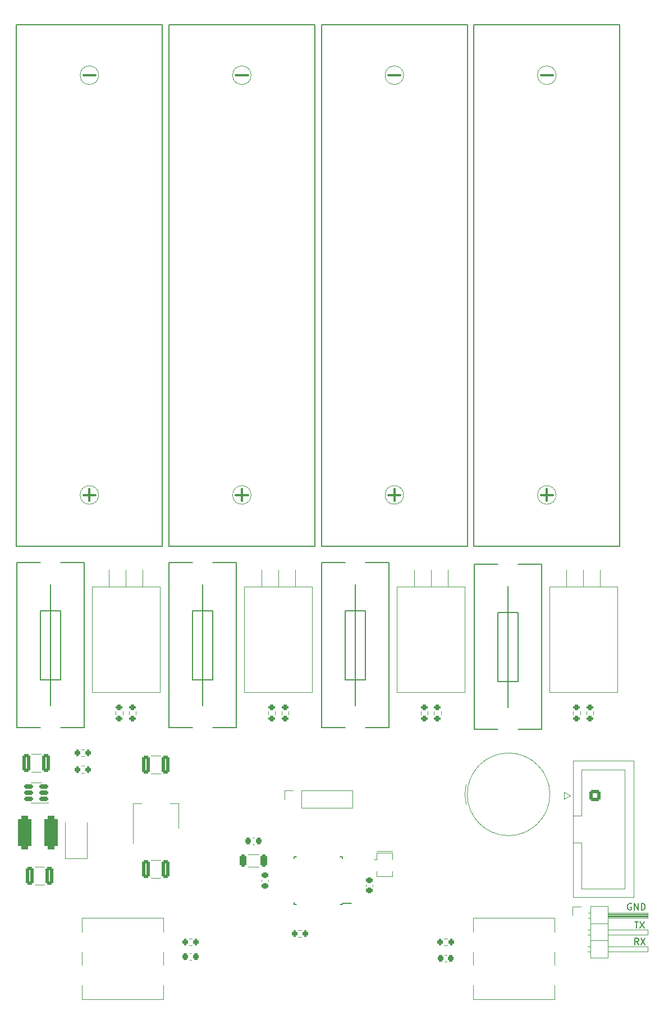
<source format=gbr>
%TF.GenerationSoftware,KiCad,Pcbnew,(6.0.10)*%
%TF.CreationDate,2023-01-09T13:30:39+01:00*%
%TF.ProjectId,BatteryDischargerV1,42617474-6572-4794-9469-736368617267,rev?*%
%TF.SameCoordinates,Original*%
%TF.FileFunction,Legend,Top*%
%TF.FilePolarity,Positive*%
%FSLAX46Y46*%
G04 Gerber Fmt 4.6, Leading zero omitted, Abs format (unit mm)*
G04 Created by KiCad (PCBNEW (6.0.10)) date 2023-01-09 13:30:39*
%MOMM*%
%LPD*%
G01*
G04 APERTURE LIST*
G04 Aperture macros list*
%AMRoundRect*
0 Rectangle with rounded corners*
0 $1 Rounding radius*
0 $2 $3 $4 $5 $6 $7 $8 $9 X,Y pos of 4 corners*
0 Add a 4 corners polygon primitive as box body*
4,1,4,$2,$3,$4,$5,$6,$7,$8,$9,$2,$3,0*
0 Add four circle primitives for the rounded corners*
1,1,$1+$1,$2,$3*
1,1,$1+$1,$4,$5*
1,1,$1+$1,$6,$7*
1,1,$1+$1,$8,$9*
0 Add four rect primitives between the rounded corners*
20,1,$1+$1,$2,$3,$4,$5,0*
20,1,$1+$1,$4,$5,$6,$7,0*
20,1,$1+$1,$6,$7,$8,$9,0*
20,1,$1+$1,$8,$9,$2,$3,0*%
G04 Aperture macros list end*
%ADD10C,0.150000*%
%ADD11C,0.120000*%
%ADD12C,0.300000*%
%ADD13C,0.200000*%
%ADD14R,1.600000X0.550000*%
%ADD15R,0.550000X1.600000*%
%ADD16RoundRect,0.200000X0.200000X0.275000X-0.200000X0.275000X-0.200000X-0.275000X0.200000X-0.275000X0*%
%ADD17RoundRect,0.225000X0.225000X0.250000X-0.225000X0.250000X-0.225000X-0.250000X0.225000X-0.250000X0*%
%ADD18RoundRect,0.200000X-0.275000X0.200000X-0.275000X-0.200000X0.275000X-0.200000X0.275000X0.200000X0*%
%ADD19C,1.800000*%
%ADD20O,3.000000X2.500000*%
%ADD21C,4.000000*%
%ADD22RoundRect,0.250000X0.325000X1.100000X-0.325000X1.100000X-0.325000X-1.100000X0.325000X-1.100000X0*%
%ADD23C,3.000000*%
%ADD24R,2.000000X2.000000*%
%ADD25C,2.000000*%
%ADD26O,3.500000X3.500000*%
%ADD27R,1.905000X2.000000*%
%ADD28O,1.905000X2.000000*%
%ADD29RoundRect,0.500000X-0.500000X-2.000000X0.500000X-2.000000X0.500000X2.000000X-0.500000X2.000000X0*%
%ADD30RoundRect,0.200000X-0.200000X-0.275000X0.200000X-0.275000X0.200000X0.275000X-0.200000X0.275000X0*%
%ADD31RoundRect,0.225000X-0.225000X-0.250000X0.225000X-0.250000X0.225000X0.250000X-0.225000X0.250000X0*%
%ADD32C,0.800000*%
%ADD33C,6.400000*%
%ADD34RoundRect,0.200000X0.275000X-0.200000X0.275000X0.200000X-0.275000X0.200000X-0.275000X-0.200000X0*%
%ADD35RoundRect,0.225000X-0.250000X0.225000X-0.250000X-0.225000X0.250000X-0.225000X0.250000X0.225000X0*%
%ADD36RoundRect,0.250000X-0.600000X-0.600000X0.600000X-0.600000X0.600000X0.600000X-0.600000X0.600000X0*%
%ADD37C,1.700000*%
%ADD38RoundRect,0.150000X0.512500X0.150000X-0.512500X0.150000X-0.512500X-0.150000X0.512500X-0.150000X0*%
%ADD39R,1.500000X2.000000*%
%ADD40R,3.800000X2.000000*%
%ADD41R,1.700000X1.700000*%
%ADD42O,1.700000X1.700000*%
%ADD43R,1.800000X2.500000*%
%ADD44R,1.700000X0.600000*%
%ADD45R,1.700000X0.400000*%
%ADD46RoundRect,0.250000X-0.325000X-1.100000X0.325000X-1.100000X0.325000X1.100000X-0.325000X1.100000X0*%
%ADD47RoundRect,0.250000X-0.275000X-0.700000X0.275000X-0.700000X0.275000X0.700000X-0.275000X0.700000X0*%
G04 APERTURE END LIST*
D10*
X153488095Y-161250000D02*
X153392857Y-161202380D01*
X153250000Y-161202380D01*
X153107142Y-161250000D01*
X153011904Y-161345238D01*
X152964285Y-161440476D01*
X152916666Y-161630952D01*
X152916666Y-161773809D01*
X152964285Y-161964285D01*
X153011904Y-162059523D01*
X153107142Y-162154761D01*
X153250000Y-162202380D01*
X153345238Y-162202380D01*
X153488095Y-162154761D01*
X153535714Y-162107142D01*
X153535714Y-161773809D01*
X153345238Y-161773809D01*
X153964285Y-162202380D02*
X153964285Y-161202380D01*
X154535714Y-162202380D01*
X154535714Y-161202380D01*
X155011904Y-162202380D02*
X155011904Y-161202380D01*
X155250000Y-161202380D01*
X155392857Y-161250000D01*
X155488095Y-161345238D01*
X155535714Y-161440476D01*
X155583333Y-161630952D01*
X155583333Y-161773809D01*
X155535714Y-161964285D01*
X155488095Y-162059523D01*
X155392857Y-162154761D01*
X155250000Y-162202380D01*
X155011904Y-162202380D01*
X154583333Y-167452380D02*
X154250000Y-166976190D01*
X154011904Y-167452380D02*
X154011904Y-166452380D01*
X154392857Y-166452380D01*
X154488095Y-166500000D01*
X154535714Y-166547619D01*
X154583333Y-166642857D01*
X154583333Y-166785714D01*
X154535714Y-166880952D01*
X154488095Y-166928571D01*
X154392857Y-166976190D01*
X154011904Y-166976190D01*
X154916666Y-166452380D02*
X155583333Y-167452380D01*
X155583333Y-166452380D02*
X154916666Y-167452380D01*
X153988095Y-163952380D02*
X154559523Y-163952380D01*
X154273809Y-164952380D02*
X154273809Y-163952380D01*
X154797619Y-163952380D02*
X155464285Y-164952380D01*
X155464285Y-163952380D02*
X154797619Y-164952380D01*
%TO.C,U1*%
X109875000Y-154125000D02*
X109875000Y-154450000D01*
X109875000Y-161150000D02*
X111300000Y-161150000D01*
X109875000Y-154125000D02*
X109550000Y-154125000D01*
X102625000Y-154125000D02*
X102950000Y-154125000D01*
X109875000Y-161375000D02*
X109550000Y-161375000D01*
X102625000Y-161375000D02*
X102625000Y-161050000D01*
X102625000Y-161375000D02*
X102950000Y-161375000D01*
X102625000Y-154125000D02*
X102625000Y-154450000D01*
X109875000Y-161375000D02*
X109875000Y-161150000D01*
D11*
%TO.C,R4*%
X103737258Y-166272500D02*
X103262742Y-166272500D01*
X103737258Y-165227500D02*
X103262742Y-165227500D01*
%TO.C,C2*%
X96640580Y-151240000D02*
X96359420Y-151240000D01*
X96640580Y-152260000D02*
X96359420Y-152260000D01*
%TO.C,R15*%
X75727500Y-132262742D02*
X75727500Y-132737258D01*
X76772500Y-132262742D02*
X76772500Y-132737258D01*
%TO.C,SW2*%
X82900000Y-175650000D02*
X70600000Y-175650000D01*
X70600000Y-170470000D02*
X70600000Y-168530000D01*
X70600000Y-163350000D02*
X82900000Y-163350000D01*
X82900000Y-173530000D02*
X82900000Y-175650000D01*
X82900000Y-163350000D02*
X82900000Y-165470000D01*
X70600000Y-165470000D02*
X70600000Y-163350000D01*
X82900000Y-168530000D02*
X82900000Y-170470000D01*
X70600000Y-175650000D02*
X70600000Y-173530000D01*
D12*
%TO.C,BT1*%
X72650000Y-36300000D02*
X70850000Y-36300000D01*
X72650000Y-99600000D02*
X70850000Y-99600000D01*
X71750000Y-100500000D02*
X71750000Y-98700000D01*
D13*
X82750000Y-107300000D02*
X60750000Y-107300000D01*
X60750000Y-107300000D02*
X60750000Y-28700000D01*
X60750000Y-28700000D02*
X82750000Y-28700000D01*
X82750000Y-28700000D02*
X82750000Y-107300000D01*
D11*
X73150000Y-36300000D02*
G75*
G03*
X73150000Y-36300000I-1400000J0D01*
G01*
X73150000Y-99600000D02*
G75*
G03*
X73150000Y-99600000I-1400000J0D01*
G01*
%TO.C,C7*%
X82461252Y-157360000D02*
X81038748Y-157360000D01*
X82461252Y-154640000D02*
X81038748Y-154640000D01*
D13*
%TO.C,F2*%
X116930000Y-109804000D02*
X113374000Y-109804000D01*
X111850000Y-131394000D02*
X111850000Y-113106000D01*
X110326000Y-134696000D02*
X106770000Y-134696000D01*
X110326000Y-109804000D02*
X106770000Y-109804000D01*
X116930000Y-134696000D02*
X116930000Y-109804000D01*
X106770000Y-134696000D02*
X106770000Y-109804000D01*
X113374000Y-134696000D02*
X116930000Y-134696000D01*
X113374000Y-127457000D02*
X110326000Y-127457000D01*
X110326000Y-127457000D02*
X110326000Y-117043000D01*
X110326000Y-117043000D02*
X113374000Y-117043000D01*
X113374000Y-117043000D02*
X113374000Y-127457000D01*
D11*
%TO.C,R9*%
X70987258Y-141522500D02*
X70512742Y-141522500D01*
X70987258Y-140477500D02*
X70512742Y-140477500D01*
%TO.C,LS1*%
X128579216Y-143250000D02*
G75*
G03*
X128579216Y-146249999I6400000J-1500000D01*
G01*
X141209216Y-144750000D02*
G75*
G03*
X141209216Y-144750000I-6230000J0D01*
G01*
%TO.C,Q2*%
X118130000Y-129350000D02*
X118130000Y-113460000D01*
X123250000Y-113460000D02*
X123250000Y-110920000D01*
X120710000Y-113460000D02*
X120710000Y-110920000D01*
X128370000Y-129350000D02*
X128370000Y-113460000D01*
X125790000Y-113460000D02*
X125790000Y-110920000D01*
X128370000Y-129350000D02*
X118130000Y-129350000D01*
X128370000Y-113460000D02*
X118130000Y-113460000D01*
D13*
%TO.C,F3*%
X88850000Y-131394000D02*
X88850000Y-113106000D01*
X90374000Y-134696000D02*
X93930000Y-134696000D01*
X83770000Y-134696000D02*
X83770000Y-109804000D01*
X87326000Y-109804000D02*
X83770000Y-109804000D01*
X87326000Y-134696000D02*
X83770000Y-134696000D01*
X93930000Y-134696000D02*
X93930000Y-109804000D01*
X93930000Y-109804000D02*
X90374000Y-109804000D01*
X90374000Y-127457000D02*
X87326000Y-127457000D01*
X87326000Y-127457000D02*
X87326000Y-117043000D01*
X87326000Y-117043000D02*
X90374000Y-117043000D01*
X90374000Y-117043000D02*
X90374000Y-127457000D01*
D11*
%TO.C,R16*%
X122772500Y-132262742D02*
X122772500Y-132737258D01*
X121727500Y-132262742D02*
X121727500Y-132737258D01*
%TO.C,R10*%
X70512742Y-139022500D02*
X70987258Y-139022500D01*
X70512742Y-137977500D02*
X70987258Y-137977500D01*
%TO.C,CD1*%
X125359420Y-170010000D02*
X125640580Y-170010000D01*
X125359420Y-168990000D02*
X125640580Y-168990000D01*
%TO.C,CD2*%
X87140580Y-169760000D02*
X86859420Y-169760000D01*
X87140580Y-168740000D02*
X86859420Y-168740000D01*
%TO.C,SW1*%
X141900000Y-173530000D02*
X141900000Y-175650000D01*
X129600000Y-170470000D02*
X129600000Y-168530000D01*
X141900000Y-168530000D02*
X141900000Y-170470000D01*
X141900000Y-163350000D02*
X141900000Y-165470000D01*
X129600000Y-175650000D02*
X129600000Y-173530000D01*
X141900000Y-175650000D02*
X129600000Y-175650000D01*
X129600000Y-165470000D02*
X129600000Y-163350000D01*
X129600000Y-163350000D02*
X141900000Y-163350000D01*
%TO.C,R7*%
X125737258Y-166477500D02*
X125262742Y-166477500D01*
X125737258Y-167522500D02*
X125262742Y-167522500D01*
%TO.C,Q3*%
X100250000Y-113460000D02*
X100250000Y-110920000D01*
X105370000Y-129350000D02*
X95130000Y-129350000D01*
X105370000Y-113460000D02*
X95130000Y-113460000D01*
X97710000Y-113460000D02*
X97710000Y-110920000D01*
X95130000Y-129350000D02*
X95130000Y-113460000D01*
X105370000Y-129350000D02*
X105370000Y-113460000D01*
X102790000Y-113460000D02*
X102790000Y-110920000D01*
%TO.C,R19*%
X100727500Y-132737258D02*
X100727500Y-132262742D01*
X101772500Y-132737258D02*
X101772500Y-132262742D01*
%TO.C,R8*%
X86762742Y-167522500D02*
X87237258Y-167522500D01*
X86762742Y-166477500D02*
X87237258Y-166477500D01*
%TO.C,Q1*%
X82370000Y-129330000D02*
X82370000Y-113440000D01*
X77250000Y-113440000D02*
X77250000Y-110900000D01*
X82370000Y-129330000D02*
X72130000Y-129330000D01*
X82370000Y-113440000D02*
X72130000Y-113440000D01*
X74710000Y-113440000D02*
X74710000Y-110900000D01*
X72130000Y-129330000D02*
X72130000Y-113440000D01*
X79790000Y-113440000D02*
X79790000Y-110900000D01*
%TO.C,C1*%
X114510000Y-158359420D02*
X114510000Y-158640580D01*
X113490000Y-158359420D02*
X113490000Y-158640580D01*
%TO.C,J1*%
X146017500Y-147950000D02*
X146017500Y-141010000D01*
X146017500Y-152050000D02*
X144707500Y-152050000D01*
X146017500Y-141010000D02*
X152517500Y-141010000D01*
X152517500Y-141010000D02*
X152517500Y-158990000D01*
X146017500Y-152050000D02*
X146017500Y-152050000D01*
X143317500Y-144420000D02*
X143317500Y-145420000D01*
X146017500Y-158990000D02*
X146017500Y-152050000D01*
X144707500Y-147950000D02*
X146017500Y-147950000D01*
X144317500Y-144920000D02*
X143317500Y-144420000D01*
X144707500Y-139710000D02*
X153827500Y-139710000D01*
X153827500Y-160290000D02*
X144707500Y-160290000D01*
X153827500Y-139710000D02*
X153827500Y-160290000D01*
X144707500Y-160290000D02*
X144707500Y-139710000D01*
X152517500Y-158990000D02*
X146017500Y-158990000D01*
X143317500Y-145420000D02*
X144317500Y-144920000D01*
%TO.C,R22*%
X145772500Y-132262742D02*
X145772500Y-132737258D01*
X144727500Y-132262742D02*
X144727500Y-132737258D01*
%TO.C,C6*%
X64961252Y-158360000D02*
X63538748Y-158360000D01*
X64961252Y-155640000D02*
X63538748Y-155640000D01*
%TO.C,R13*%
X78772500Y-132737258D02*
X78772500Y-132262742D01*
X77727500Y-132737258D02*
X77727500Y-132262742D01*
%TO.C,U3*%
X63750000Y-142940000D02*
X64550000Y-142940000D01*
X63750000Y-142940000D02*
X62950000Y-142940000D01*
X63750000Y-146060000D02*
X65550000Y-146060000D01*
X63750000Y-146060000D02*
X62950000Y-146060000D01*
D13*
%TO.C,F1*%
X64326000Y-109804000D02*
X60770000Y-109804000D01*
X70930000Y-134696000D02*
X70930000Y-109804000D01*
X67374000Y-134696000D02*
X70930000Y-134696000D01*
X64326000Y-134696000D02*
X60770000Y-134696000D01*
X60770000Y-134696000D02*
X60770000Y-109804000D01*
X70930000Y-109804000D02*
X67374000Y-109804000D01*
X65850000Y-131394000D02*
X65850000Y-113106000D01*
X67374000Y-127457000D02*
X64326000Y-127457000D01*
X64326000Y-127457000D02*
X64326000Y-117043000D01*
X64326000Y-117043000D02*
X67374000Y-117043000D01*
X67374000Y-117043000D02*
X67374000Y-127457000D01*
D12*
%TO.C,BT2*%
X118650000Y-99600000D02*
X116850000Y-99600000D01*
X117750000Y-100500000D02*
X117750000Y-98700000D01*
X118650000Y-36300000D02*
X116850000Y-36300000D01*
D13*
X128750000Y-107300000D02*
X106750000Y-107300000D01*
X106750000Y-107300000D02*
X106750000Y-28700000D01*
X106750000Y-28700000D02*
X128750000Y-28700000D01*
X128750000Y-28700000D02*
X128750000Y-107300000D01*
D11*
X119150000Y-99600000D02*
G75*
G03*
X119150000Y-99600000I-1400000J0D01*
G01*
X119150000Y-36300000D02*
G75*
G03*
X119150000Y-36300000I-1400000J0D01*
G01*
%TO.C,R14*%
X123727500Y-132737258D02*
X123727500Y-132262742D01*
X124772500Y-132737258D02*
X124772500Y-132262742D01*
%TO.C,U2*%
X78340000Y-146090000D02*
X79600000Y-146090000D01*
X78340000Y-152100000D02*
X78340000Y-146090000D01*
X85160000Y-146090000D02*
X83900000Y-146090000D01*
X85160000Y-149850000D02*
X85160000Y-146090000D01*
%TO.C,R21*%
X99772500Y-132262742D02*
X99772500Y-132737258D01*
X98727500Y-132262742D02*
X98727500Y-132737258D01*
D12*
%TO.C,BT3*%
X95650000Y-36300000D02*
X93850000Y-36300000D01*
X95650000Y-99600000D02*
X93850000Y-99600000D01*
X94750000Y-100500000D02*
X94750000Y-98700000D01*
D13*
X105750000Y-107300000D02*
X83750000Y-107300000D01*
X83750000Y-107300000D02*
X83750000Y-28700000D01*
X83750000Y-28700000D02*
X105750000Y-28700000D01*
X105750000Y-28700000D02*
X105750000Y-107300000D01*
D11*
X96150000Y-99600000D02*
G75*
G03*
X96150000Y-99600000I-1400000J0D01*
G01*
X96150000Y-36300000D02*
G75*
G03*
X96150000Y-36300000I-1400000J0D01*
G01*
%TO.C,Q4*%
X151370000Y-129350000D02*
X141130000Y-129350000D01*
X148790000Y-113460000D02*
X148790000Y-110920000D01*
X151370000Y-113460000D02*
X141130000Y-113460000D01*
X143710000Y-113460000D02*
X143710000Y-110920000D01*
X151370000Y-129350000D02*
X151370000Y-113460000D01*
X146250000Y-113460000D02*
X146250000Y-110920000D01*
X141130000Y-129350000D02*
X141130000Y-113460000D01*
%TO.C,J2*%
X101170000Y-144170000D02*
X102500000Y-144170000D01*
X101170000Y-145500000D02*
X101170000Y-144170000D01*
X103770000Y-146830000D02*
X111450000Y-146830000D01*
X103770000Y-144170000D02*
X111450000Y-144170000D01*
X111450000Y-146830000D02*
X111450000Y-144170000D01*
X103770000Y-146830000D02*
X103770000Y-144170000D01*
%TO.C,C3*%
X97740000Y-157609420D02*
X97740000Y-157890580D01*
X98760000Y-157609420D02*
X98760000Y-157890580D01*
%TO.C,J3*%
X144605000Y-162975000D02*
X144605000Y-161705000D01*
X149975000Y-163135000D02*
X155975000Y-163135000D01*
X149975000Y-165135000D02*
X155975000Y-165135000D01*
X149975000Y-167675000D02*
X155975000Y-167675000D01*
X149975000Y-162595000D02*
X155975000Y-162595000D01*
X144605000Y-161705000D02*
X145875000Y-161705000D01*
X149975000Y-161645000D02*
X147315000Y-161645000D01*
X146985000Y-163355000D02*
X147315000Y-163355000D01*
X149975000Y-163255000D02*
X155975000Y-163255000D01*
X155975000Y-165135000D02*
X155975000Y-165895000D01*
X146917929Y-168435000D02*
X147315000Y-168435000D01*
X155975000Y-162595000D02*
X155975000Y-163355000D01*
X149975000Y-162775000D02*
X155975000Y-162775000D01*
X155975000Y-163355000D02*
X149975000Y-163355000D01*
X149975000Y-163015000D02*
X155975000Y-163015000D01*
X147315000Y-164245000D02*
X149975000Y-164245000D01*
X147315000Y-166785000D02*
X149975000Y-166785000D01*
X155975000Y-167675000D02*
X155975000Y-168435000D01*
X147315000Y-161645000D02*
X147315000Y-169385000D01*
X149975000Y-169385000D02*
X149975000Y-161645000D01*
X146917929Y-165135000D02*
X147315000Y-165135000D01*
X146917929Y-165895000D02*
X147315000Y-165895000D01*
X155975000Y-165895000D02*
X149975000Y-165895000D01*
X155975000Y-168435000D02*
X149975000Y-168435000D01*
X147315000Y-169385000D02*
X149975000Y-169385000D01*
X146917929Y-167675000D02*
X147315000Y-167675000D01*
X149975000Y-162895000D02*
X155975000Y-162895000D01*
X146985000Y-162595000D02*
X147315000Y-162595000D01*
X149975000Y-162655000D02*
X155975000Y-162655000D01*
%TO.C,R20*%
X146727500Y-132737258D02*
X146727500Y-132262742D01*
X147772500Y-132737258D02*
X147772500Y-132262742D01*
%TO.C,D1*%
X68100000Y-154400000D02*
X68100000Y-149000000D01*
X68100000Y-154400000D02*
X71400000Y-154400000D01*
X71400000Y-154400000D02*
X71400000Y-149000000D01*
%TO.C,C8*%
X82461252Y-141610000D02*
X81038748Y-141610000D01*
X82461252Y-138890000D02*
X81038748Y-138890000D01*
D13*
%TO.C,F4*%
X136374000Y-134946000D02*
X139930000Y-134946000D01*
X129770000Y-134946000D02*
X129770000Y-110054000D01*
X139930000Y-134946000D02*
X139930000Y-110054000D01*
X139930000Y-110054000D02*
X136374000Y-110054000D01*
X133326000Y-110054000D02*
X129770000Y-110054000D01*
X133326000Y-134946000D02*
X129770000Y-134946000D01*
X134850000Y-131644000D02*
X134850000Y-113356000D01*
X136374000Y-127707000D02*
X133326000Y-127707000D01*
X133326000Y-127707000D02*
X133326000Y-117293000D01*
X133326000Y-117293000D02*
X136374000Y-117293000D01*
X136374000Y-117293000D02*
X136374000Y-127707000D01*
D12*
%TO.C,BT4*%
X141650000Y-36300000D02*
X139850000Y-36300000D01*
X141650000Y-99600000D02*
X139850000Y-99600000D01*
X140750000Y-100500000D02*
X140750000Y-98700000D01*
D13*
X151750000Y-107300000D02*
X129750000Y-107300000D01*
X129750000Y-107300000D02*
X129750000Y-28700000D01*
X129750000Y-28700000D02*
X151750000Y-28700000D01*
X151750000Y-28700000D02*
X151750000Y-107300000D01*
D11*
X142150000Y-36300000D02*
G75*
G03*
X142150000Y-36300000I-1400000J0D01*
G01*
X142150000Y-99600000D02*
G75*
G03*
X142150000Y-99600000I-1400000J0D01*
G01*
%TO.C,Y1*%
X117450000Y-156350000D02*
X117450000Y-157150000D01*
X117450000Y-157150000D02*
X115450000Y-157150000D01*
X115450000Y-153550000D02*
X115050000Y-153550000D01*
X115450000Y-153550000D02*
X117450000Y-153550000D01*
X117450000Y-153350000D02*
X115450000Y-153350000D01*
X115450000Y-153350000D02*
X115050000Y-153350000D01*
X115050000Y-154550000D02*
X115050000Y-153550000D01*
X115050000Y-157150000D02*
X115050000Y-156350000D01*
X117450000Y-153550000D02*
X117450000Y-154550000D01*
X115050000Y-154550000D02*
X114650000Y-154550000D01*
X115450000Y-157150000D02*
X115050000Y-157150000D01*
%TO.C,C5*%
X63038748Y-141360000D02*
X64461252Y-141360000D01*
X63038748Y-138640000D02*
X64461252Y-138640000D01*
%TO.C,L1*%
X95664758Y-155660000D02*
X97335242Y-155660000D01*
X95664758Y-153840000D02*
X97335242Y-153840000D01*
%TD*%
%LPC*%
D14*
%TO.C,U1*%
X110500000Y-160550000D03*
X110500000Y-159750000D03*
X110500000Y-158950000D03*
X110500000Y-158150000D03*
X110500000Y-157350000D03*
X110500000Y-156550000D03*
X110500000Y-155750000D03*
X110500000Y-154950000D03*
D15*
X109050000Y-153500000D03*
X108250000Y-153500000D03*
X107450000Y-153500000D03*
X106650000Y-153500000D03*
X105850000Y-153500000D03*
X105050000Y-153500000D03*
X104250000Y-153500000D03*
X103450000Y-153500000D03*
D14*
X102000000Y-154950000D03*
X102000000Y-155750000D03*
X102000000Y-156550000D03*
X102000000Y-157350000D03*
X102000000Y-158150000D03*
X102000000Y-158950000D03*
X102000000Y-159750000D03*
X102000000Y-160550000D03*
D15*
X103450000Y-162000000D03*
X104250000Y-162000000D03*
X105050000Y-162000000D03*
X105850000Y-162000000D03*
X106650000Y-162000000D03*
X107450000Y-162000000D03*
X108250000Y-162000000D03*
X109050000Y-162000000D03*
%TD*%
D16*
%TO.C,R4*%
X104325000Y-165750000D03*
X102675000Y-165750000D03*
%TD*%
D17*
%TO.C,C2*%
X97275000Y-151750000D03*
X95725000Y-151750000D03*
%TD*%
D18*
%TO.C,R15*%
X76250000Y-131675000D03*
X76250000Y-133325000D03*
%TD*%
D19*
%TO.C,SW2*%
X77000000Y-165000000D03*
X77000000Y-174000000D03*
D20*
X70500000Y-167000000D03*
X83000000Y-167000000D03*
X83000000Y-172000000D03*
X70500000Y-172000000D03*
%TD*%
D21*
%TO.C,BT1*%
X71750000Y-104000000D03*
X71750000Y-32000000D03*
%TD*%
D22*
%TO.C,C7*%
X83225000Y-156000000D03*
X80275000Y-156000000D03*
%TD*%
D23*
%TO.C,F2*%
X111850000Y-133550000D03*
X111850000Y-110950000D03*
%TD*%
D16*
%TO.C,R9*%
X71575000Y-141000000D03*
X69925000Y-141000000D03*
%TD*%
D24*
%TO.C,LS1*%
X132479216Y-144750000D03*
D25*
X137479216Y-144750000D03*
%TD*%
D26*
%TO.C,Q2*%
X123250000Y-126430000D03*
D27*
X125790000Y-109770000D03*
D28*
X123250000Y-109770000D03*
X120710000Y-109770000D03*
%TD*%
D29*
%TO.C,L2*%
X62000000Y-150500000D03*
X66000000Y-150500000D03*
%TD*%
D23*
%TO.C,F3*%
X88850000Y-133550000D03*
X88850000Y-110950000D03*
%TD*%
D18*
%TO.C,R16*%
X122250000Y-131675000D03*
X122250000Y-133325000D03*
%TD*%
D30*
%TO.C,R10*%
X69925000Y-138500000D03*
X71575000Y-138500000D03*
%TD*%
D31*
%TO.C,CD1*%
X124725000Y-169500000D03*
X126275000Y-169500000D03*
%TD*%
D17*
%TO.C,CD2*%
X87775000Y-169250000D03*
X86225000Y-169250000D03*
%TD*%
D19*
%TO.C,SW1*%
X136000000Y-165000000D03*
X136000000Y-174000000D03*
D20*
X129500000Y-167000000D03*
X142000000Y-167000000D03*
X142000000Y-172000000D03*
X129500000Y-172000000D03*
%TD*%
D16*
%TO.C,R7*%
X126325000Y-167000000D03*
X124675000Y-167000000D03*
%TD*%
D26*
%TO.C,Q3*%
X100250000Y-126430000D03*
D27*
X102790000Y-109770000D03*
D28*
X100250000Y-109770000D03*
X97710000Y-109770000D03*
%TD*%
D32*
%TO.C,H4*%
X153947056Y-173052944D03*
X152250000Y-172350000D03*
X150552944Y-173052944D03*
X154650000Y-174750000D03*
D33*
X152250000Y-174750000D03*
D32*
X149850000Y-174750000D03*
X150552944Y-176447056D03*
X152250000Y-177150000D03*
X153947056Y-176447056D03*
%TD*%
D34*
%TO.C,R19*%
X101250000Y-133325000D03*
X101250000Y-131675000D03*
%TD*%
D30*
%TO.C,R8*%
X86175000Y-167000000D03*
X87825000Y-167000000D03*
%TD*%
D26*
%TO.C,Q1*%
X77250000Y-126410000D03*
D27*
X79790000Y-109750000D03*
D28*
X77250000Y-109750000D03*
X74710000Y-109750000D03*
%TD*%
D35*
%TO.C,C1*%
X114000000Y-157725000D03*
X114000000Y-159275000D03*
%TD*%
D36*
%TO.C,J1*%
X147997500Y-144920000D03*
D37*
X150537500Y-144920000D03*
X147997500Y-147460000D03*
X150537500Y-147460000D03*
X147997500Y-150000000D03*
X150537500Y-150000000D03*
X147997500Y-152540000D03*
X150537500Y-152540000D03*
X147997500Y-155080000D03*
X150537500Y-155080000D03*
%TD*%
D18*
%TO.C,R22*%
X145250000Y-131675000D03*
X145250000Y-133325000D03*
%TD*%
D32*
%TO.C,H3*%
X152250000Y-25150000D03*
X150552944Y-21052944D03*
X152250000Y-20350000D03*
X153947056Y-24447056D03*
X154650000Y-22750000D03*
X153947056Y-21052944D03*
X150552944Y-24447056D03*
D33*
X152250000Y-22750000D03*
D32*
X149850000Y-22750000D03*
%TD*%
D22*
%TO.C,C6*%
X65725000Y-157000000D03*
X62775000Y-157000000D03*
%TD*%
D34*
%TO.C,R13*%
X78250000Y-133325000D03*
X78250000Y-131675000D03*
%TD*%
D38*
%TO.C,U3*%
X64887500Y-145450000D03*
X64887500Y-144500000D03*
X64887500Y-143550000D03*
X62612500Y-143550000D03*
X62612500Y-144500000D03*
X62612500Y-145450000D03*
%TD*%
D23*
%TO.C,F1*%
X65850000Y-133550000D03*
X65850000Y-110950000D03*
%TD*%
D21*
%TO.C,BT2*%
X117750000Y-104000000D03*
X117750000Y-32000000D03*
%TD*%
D34*
%TO.C,R14*%
X124250000Y-133325000D03*
X124250000Y-131675000D03*
%TD*%
D39*
%TO.C,U2*%
X79450000Y-151150000D03*
D40*
X81750000Y-144850000D03*
D39*
X81750000Y-151150000D03*
X84050000Y-151150000D03*
%TD*%
D18*
%TO.C,R21*%
X99250000Y-131675000D03*
X99250000Y-133325000D03*
%TD*%
D21*
%TO.C,BT3*%
X94750000Y-104000000D03*
X94750000Y-32000000D03*
%TD*%
D26*
%TO.C,Q4*%
X146250000Y-126430000D03*
D27*
X148790000Y-109770000D03*
D28*
X146250000Y-109770000D03*
X143710000Y-109770000D03*
%TD*%
D23*
%TO.C,J2*%
X121550000Y-174456000D03*
X121804000Y-145754000D03*
X91070000Y-174456000D03*
X91500000Y-145754000D03*
D41*
X102500000Y-145500000D03*
D42*
X105040000Y-145500000D03*
X107580000Y-145500000D03*
X110120000Y-145500000D03*
%TD*%
D35*
%TO.C,C3*%
X98250000Y-156975000D03*
X98250000Y-158525000D03*
%TD*%
D41*
%TO.C,J3*%
X145875000Y-162975000D03*
D42*
X145875000Y-165515000D03*
X145875000Y-168055000D03*
%TD*%
D32*
%TO.C,H2*%
X58552944Y-173052944D03*
X62650000Y-174750000D03*
X58552944Y-176447056D03*
X61947056Y-176447056D03*
D33*
X60250000Y-174750000D03*
D32*
X60250000Y-172350000D03*
X57850000Y-174750000D03*
X60250000Y-177150000D03*
X61947056Y-173052944D03*
%TD*%
D34*
%TO.C,R20*%
X147250000Y-133325000D03*
X147250000Y-131675000D03*
%TD*%
D43*
%TO.C,D1*%
X69750000Y-153000000D03*
X69750000Y-149000000D03*
%TD*%
D22*
%TO.C,C8*%
X83225000Y-140250000D03*
X80275000Y-140250000D03*
%TD*%
D23*
%TO.C,F4*%
X134850000Y-133800000D03*
X134850000Y-111200000D03*
%TD*%
D21*
%TO.C,BT4*%
X140750000Y-104000000D03*
X140750000Y-32000000D03*
%TD*%
D44*
%TO.C,Y1*%
X116250000Y-154400000D03*
D45*
X116250000Y-155350000D03*
D44*
X116250000Y-156300000D03*
%TD*%
D46*
%TO.C,C5*%
X62275000Y-140000000D03*
X65225000Y-140000000D03*
%TD*%
D47*
%TO.C,L1*%
X94925000Y-154750000D03*
X98075000Y-154750000D03*
%TD*%
D25*
%TO.C,R18*%
X147550000Y-39298000D03*
X147550000Y-96702000D03*
%TD*%
%TO.C,R17*%
X101550000Y-39298000D03*
X101550000Y-96702000D03*
%TD*%
%TO.C,R12*%
X124550000Y-39298000D03*
X124550000Y-96702000D03*
%TD*%
%TO.C,R11*%
X78550000Y-39298000D03*
X78550000Y-96702000D03*
%TD*%
D32*
%TO.C,H1*%
X61947056Y-24447056D03*
X58552944Y-21052944D03*
D33*
X60250000Y-22750000D03*
D32*
X61947056Y-21052944D03*
X62650000Y-22750000D03*
X58552944Y-24447056D03*
X57850000Y-22750000D03*
X60250000Y-25150000D03*
X60250000Y-20350000D03*
%TD*%
M02*

</source>
